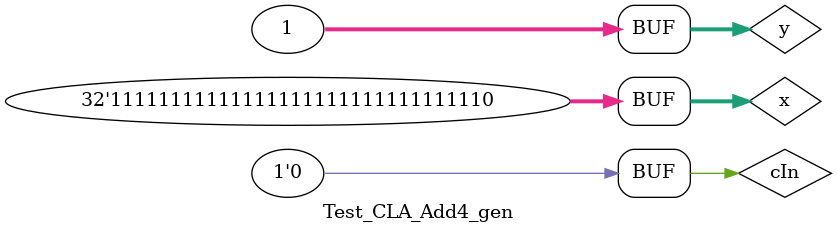
<source format=v>
`include "CLA_Add32_gen.v"

module Test_CLA_Add4_gen;
    reg [31:0] x, y;
    reg cIn;
    wire [31:0] s;
    wire cOut;

    CLA_Add32_gen f(x, y, cIn, s, cOut);
    

    initial
        begin
        
/*        
            #0
            x = 4'h0;
            y = 4'h0;
            cIn = 1'b0;        
*/       
            
            x = 32'hfffffffe;
            y = 32'h00000001;
            cIn = 1'b0;
            
            #4
            
            
    $monitor("\n\nInput:\n\n  x = %H\n  y = %H\n  cIn = %b\n\nOutput:\n\n  s = %H\n\n  cOut = %b\n\n", x, y, cIn, s, cOut);
       
    end
    



endmodule

</source>
